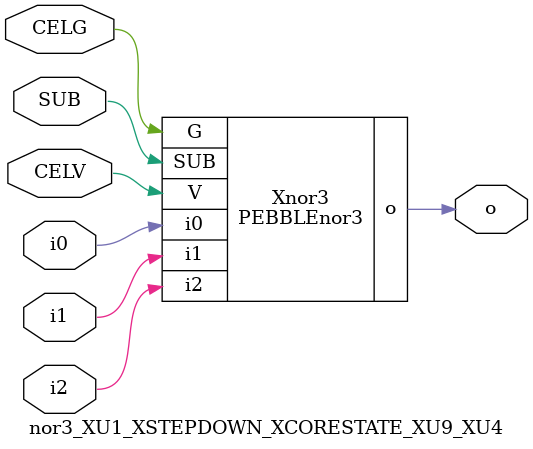
<source format=v>



module PEBBLEnor3 ( o, G, SUB, V, i0, i1, i2 );

  input i0;
  input V;
  input i2;
  input i1;
  input G;
  output o;
  input SUB;
endmodule

//Celera Confidential Do Not Copy nor3_XU1_XSTEPDOWN_XCORESTATE_XU9_XU4
//Celera Confidential Symbol Generator
//NOR3
module nor3_XU1_XSTEPDOWN_XCORESTATE_XU9_XU4 (CELV,CELG,i0,i1,i2,o,SUB);
input CELV;
input CELG;
input i0;
input i1;
input i2;
input SUB;
output o;

//Celera Confidential Do Not Copy nor3
PEBBLEnor3 Xnor3(
.V (CELV),
.i0 (i0),
.i1 (i1),
.i2 (i2),
.o (o),
.SUB (SUB),
.G (CELG)
);
//,diesize,PEBBLEnor3

//Celera Confidential Do Not Copy Module End
//Celera Schematic Generator
endmodule

</source>
